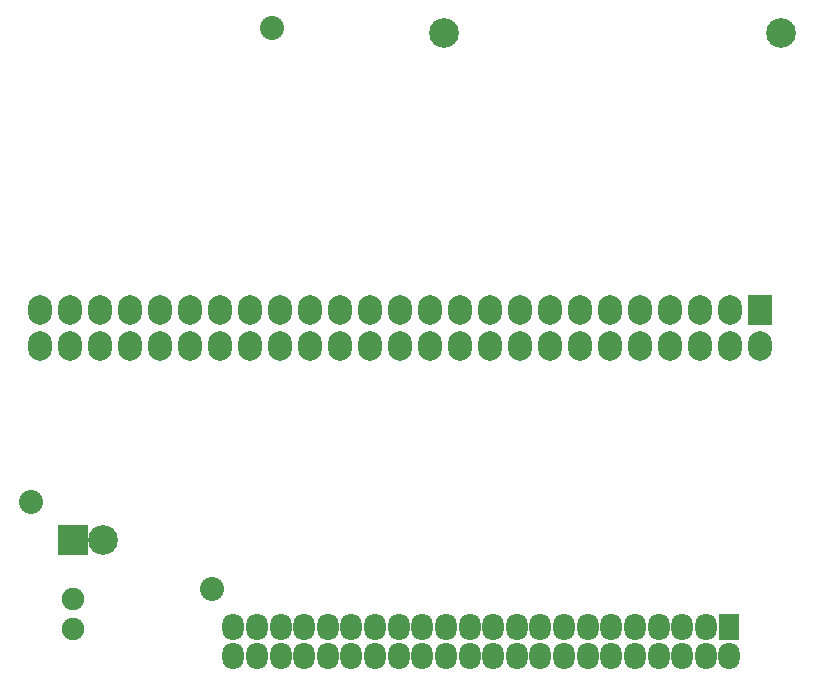
<source format=gts>
G04 #@! TF.FileFunction,Soldermask,Top*
%FSLAX46Y46*%
G04 Gerber Fmt 4.6, Leading zero omitted, Abs format (unit mm)*
G04 Created by KiCad (PCBNEW no-vcs-found-product) date Sat 05 Dec 2015 15:20:37 CET*
%MOMM*%
G01*
G04 APERTURE LIST*
%ADD10C,0.150000*%
%ADD11R,1.808000X2.308000*%
%ADD12O,1.808000X2.308000*%
%ADD13O,2.008000X2.508000*%
%ADD14R,2.008000X2.508000*%
%ADD15C,2.506980*%
%ADD16C,2.032000*%
%ADD17R,2.508000X2.508000*%
%ADD18C,2.508000*%
%ADD19C,1.905000*%
G04 APERTURE END LIST*
D10*
D11*
X177900000Y-112250000D03*
D12*
X177900000Y-114750000D03*
X175900000Y-112250000D03*
X175900000Y-114750000D03*
X173900000Y-112250000D03*
X173900000Y-114750000D03*
X171900000Y-112250000D03*
X171900000Y-114750000D03*
X169900000Y-112250000D03*
X169900000Y-114750000D03*
X167900000Y-112250000D03*
X167900000Y-114750000D03*
X165900000Y-112250000D03*
X165900000Y-114750000D03*
X163900000Y-112250000D03*
X163900000Y-114750000D03*
X161900000Y-112250000D03*
X161900000Y-114750000D03*
X159900000Y-112250000D03*
X159900000Y-114750000D03*
X157900000Y-112250000D03*
X157900000Y-114750000D03*
X155900000Y-112250000D03*
X155900000Y-114750000D03*
X153900000Y-112250000D03*
X153900000Y-114750000D03*
X151900000Y-112250000D03*
X151900000Y-114750000D03*
X149900000Y-112250000D03*
X149900000Y-114750000D03*
X147900000Y-112250000D03*
X147900000Y-114750000D03*
X145900000Y-112250000D03*
X145900000Y-114750000D03*
X143900000Y-112250000D03*
X143900000Y-114750000D03*
X141900000Y-112250000D03*
X141900000Y-114750000D03*
X139900000Y-112250000D03*
X139900000Y-114750000D03*
X137900000Y-112250000D03*
X137900000Y-114750000D03*
X135900000Y-112250000D03*
X135900000Y-114750000D03*
D13*
X129680000Y-88520000D03*
X129680000Y-85480000D03*
X127140000Y-85480000D03*
X127140000Y-88520000D03*
X124600000Y-88520000D03*
X124600000Y-85480000D03*
X119520000Y-85480000D03*
X119520000Y-88520000D03*
X122060000Y-88520000D03*
X122060000Y-85480000D03*
X134760000Y-85480000D03*
X134760000Y-88520000D03*
X132220000Y-88520000D03*
X132220000Y-85480000D03*
X137300000Y-85480000D03*
X137300000Y-88520000D03*
X139840000Y-88520000D03*
X139840000Y-85480000D03*
X142380000Y-85480000D03*
X142380000Y-88520000D03*
X147460000Y-85480000D03*
X147460000Y-88520000D03*
X144920000Y-88520000D03*
X144920000Y-85480000D03*
X150000000Y-85480000D03*
X150000000Y-88520000D03*
X152540000Y-88520000D03*
X152540000Y-85480000D03*
X155080000Y-85480000D03*
X155080000Y-88520000D03*
X157620000Y-88520000D03*
X157620000Y-85480000D03*
X160160000Y-85480000D03*
X160160000Y-88520000D03*
X162700000Y-88520000D03*
X162700000Y-85480000D03*
X165240000Y-85480000D03*
X165240000Y-88520000D03*
X167780000Y-88520000D03*
X167780000Y-85480000D03*
X170320000Y-85480000D03*
X170320000Y-88520000D03*
X172860000Y-88520000D03*
X172860000Y-85480000D03*
D14*
X180480000Y-85480000D03*
D13*
X180480000Y-88520000D03*
X177940000Y-85480000D03*
X177940000Y-88520000D03*
X175400000Y-85480000D03*
X175400000Y-88520000D03*
D15*
X182249400Y-62000000D03*
X153750600Y-62000000D03*
D16*
X134100000Y-109100000D03*
X139200000Y-61600000D03*
D17*
X122300000Y-104900000D03*
D18*
X124840000Y-104900000D03*
D19*
X122300000Y-112470000D03*
X122300000Y-109930000D03*
D16*
X118800000Y-101700000D03*
M02*

</source>
